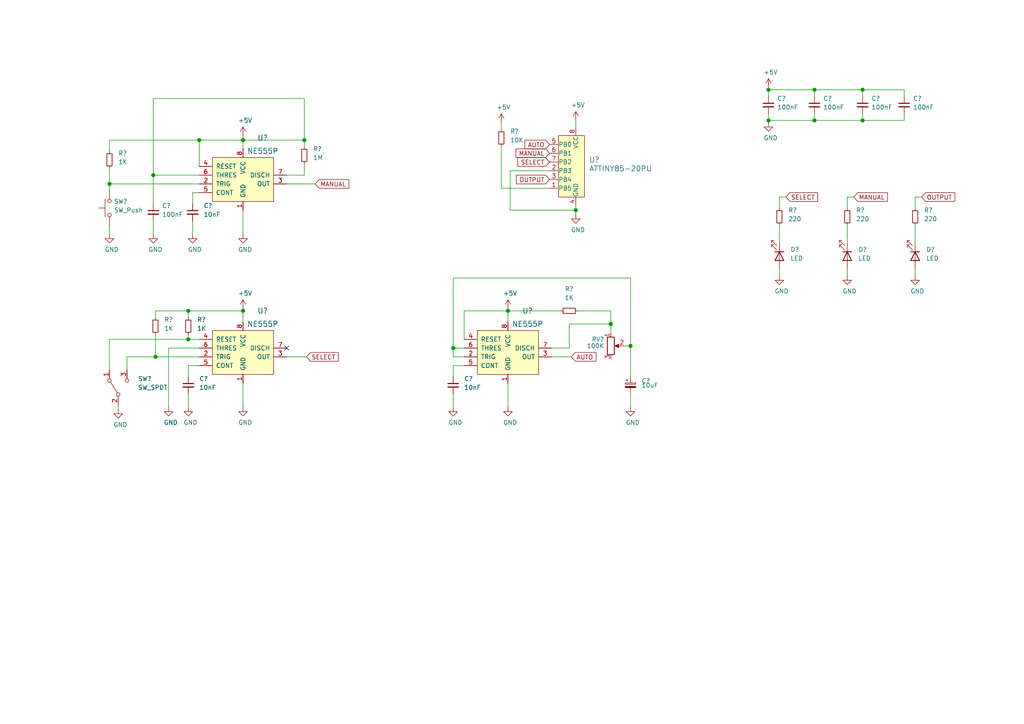
<source format=kicad_sch>
(kicad_sch (version 20201015) (generator eeschema)
  (paper "A4")
  (lib_symbols
    (symbol "Device:CP_Small" (pin_numbers hide) (pin_names (offset 0.254) hide)
      (property "Reference" "C" (at 0.254 1.778 0))
      (property "Value" "CP_Small" (at 0.254 -2.032 0))
      (symbol "CP_Small_0_1"
        (rectangle (start -1.524 -0.3048) (end 1.524 -0.6858) (fill (type outline)))
        (rectangle (start -1.524 0.6858) (end 1.524 0.3048))
        (polyline (pts (xy -1.27 1.524) (xy -0.762 1.524)))
        (polyline (pts (xy -1.016 1.27) (xy -1.016 1.778)))
      )
      (symbol "CP_Small_1_1"
        (pin passive line (at 0 2.54 270) (length 1.8542) (name "~") (number "1"))
        (pin passive line (at 0 -2.54 90) (length 1.8542) (name "~") (number "2"))
      )
    )
    (symbol "Device:C_Small" (pin_numbers hide) (pin_names (offset 0.254) hide)
      (property "Reference" "C" (at 0.254 1.778 0))
      (property "Value" "C_Small" (at 0.254 -2.032 0))
      (symbol "C_Small_0_1"
        (polyline (pts (xy -1.524 -0.508) (xy 1.524 -0.508)) (stroke (width 0.3302)))
        (polyline (pts (xy -1.524 0.508) (xy 1.524 0.508)) (stroke (width 0.3048)))
      )
      (symbol "C_Small_1_1"
        (pin passive line (at 0 2.54 270) (length 2.032) (name "~") (number "1"))
        (pin passive line (at 0 -2.54 90) (length 2.032) (name "~") (number "2"))
      )
    )
    (symbol "Device:LED" (pin_numbers hide) (pin_names (offset 1.016) hide)
      (property "Reference" "D" (at 0 2.54 0))
      (property "Value" "LED" (at 0 -2.54 0))
      (symbol "LED_0_1"
        (polyline (pts (xy -1.27 -1.27) (xy -1.27 1.27)) (stroke (width 0.254)))
        (polyline (pts (xy -1.27 0) (xy 1.27 0)))
        (polyline (pts (xy 1.27 -1.27) (xy 1.27 1.27) (xy -1.27 0) (xy 1.27 -1.27)) (stroke (width 0.254)))
        (polyline (pts (xy -3.048 -0.762) (xy -4.572 -2.286) (xy -3.81 -2.286) (xy -4.572 -2.286) (xy -4.572 -1.524)))
        (polyline (pts (xy -1.778 -0.762) (xy -3.302 -2.286) (xy -2.54 -2.286) (xy -3.302 -2.286) (xy -3.302 -1.524)))
      )
      (symbol "LED_1_1"
        (pin passive line (at -3.81 0 0) (length 2.54) (name "K") (number "1"))
        (pin passive line (at 3.81 0 180) (length 2.54) (name "A") (number "2"))
      )
    )
    (symbol "Device:R_POT" (pin_names (offset 1.016) hide)
      (property "Reference" "RV" (at -4.445 0 90))
      (property "Value" "R_POT" (at -2.54 0 90))
      (symbol "R_POT_0_1"
        (rectangle (start 1.016 2.54) (end -1.016 -2.54) (stroke (width 0.254)))
        (polyline (pts (xy 2.54 0) (xy 1.524 0)))
        (polyline (pts (xy 1.143 0) (xy 2.286 0.508) (xy 2.286 -0.508) (xy 1.143 0)) (fill (type outline)))
      )
      (symbol "R_POT_1_1"
        (pin passive line (at 0 3.81 270) (length 1.27) (name "1") (number "1"))
        (pin passive line (at 3.81 0 180) (length 1.27) (name "2") (number "2"))
        (pin passive line (at 0 -3.81 90) (length 1.27) (name "3") (number "3"))
      )
    )
    (symbol "Device:R_Small" (pin_numbers hide) (pin_names (offset 0.254) hide)
      (property "Reference" "R" (at 0.762 0.508 0))
      (property "Value" "R_Small" (at 0.762 -1.016 0))
      (symbol "R_Small_0_1"
        (rectangle (start -0.762 1.778) (end 0.762 -1.778) (stroke (width 0.2032)))
      )
      (symbol "R_Small_1_1"
        (pin passive line (at 0 2.54 270) (length 0.762) (name "~") (number "1"))
        (pin passive line (at 0 -2.54 90) (length 0.762) (name "~") (number "2"))
      )
    )
    (symbol "Switch:SW_Push" (pin_numbers hide) (pin_names (offset 1.016) hide)
      (property "Reference" "SW" (at 1.27 2.54 0))
      (property "Value" "SW_Push" (at 0 -1.524 0))
      (symbol "SW_Push_0_1"
        (circle (center -2.032 0) (radius 0.508))
        (circle (center 2.032 0) (radius 0.508))
        (polyline (pts (xy 0 1.27) (xy 0 3.048)))
        (polyline (pts (xy 2.54 1.27) (xy -2.54 1.27)))
        (pin passive line (at -5.08 0 0) (length 2.54) (name "1") (number "1"))
        (pin passive line (at 5.08 0 180) (length 2.54) (name "2") (number "2"))
      )
    )
    (symbol "Switch:SW_SPDT" (pin_names (offset 0) hide)
      (property "Reference" "SW" (at 0 4.318 0))
      (property "Value" "SW_SPDT" (at 0 -5.08 0))
      (symbol "SW_SPDT_0_0"
        (circle (center -2.032 0) (radius 0.508))
        (circle (center 2.032 -2.54) (radius 0.508))
      )
      (symbol "SW_SPDT_0_1"
        (circle (center 2.032 2.54) (radius 0.508))
        (polyline (pts (xy -1.524 0.254) (xy 1.651 2.286)))
      )
      (symbol "SW_SPDT_1_1"
        (pin passive line (at 5.08 2.54 180) (length 2.54) (name "A") (number "1"))
        (pin passive line (at -5.08 0 0) (length 2.54) (name "B") (number "2"))
        (pin passive line (at 5.08 -2.54 180) (length 2.54) (name "C") (number "3"))
      )
    )
    (symbol "dk_Clock-Timing-Programmable-Timers-and-Oscillators:NE555P" (pin_names (offset 1.016))
      (property "Reference" "U" (at -8.89 6.35 0))
      (property "Value" "NE555P" (at 1.27 -8.89 0))
      (symbol "NE555P_0_1"
        (rectangle (start -8.89 5.08) (end 8.89 -7.62) (fill (type background)))
      )
      (symbol "NE555P_1_1"
        (pin power_in line (at 0 -10.16 90) (length 2.54) (name "GND") (number "1"))
        (pin input line (at -12.7 -2.54 0) (length 3.81) (name "TRIG") (number "2"))
        (pin output line (at 12.7 -2.54 180) (length 3.81) (name "OUT") (number "3"))
        (pin input line (at -12.7 2.54 0) (length 3.81) (name "RESET") (number "4"))
        (pin bidirectional line (at -12.7 -5.08 0) (length 3.81) (name "CONT") (number "5"))
        (pin input line (at -12.7 0 0) (length 3.81) (name "THRES") (number "6"))
        (pin output line (at 12.7 0 180) (length 3.81) (name "DISCH") (number "7"))
        (pin power_in line (at 0 7.62 270) (length 2.54) (name "VCC") (number "8"))
      )
    )
    (symbol "dk_Embedded-Microcontrollers:ATTINY85-20PU" (pin_names (offset 0.0254))
      (property "Reference" "U" (at -2.8448 8.636 0))
      (property "Value" "ATTINY85-20PU" (at 3.048 -11.43 0))
      (symbol "ATTINY85-20PU_0_1"
        (rectangle (start -2.54 7.62) (end 5.08 -10.16) (fill (type background)))
      )
      (symbol "ATTINY85-20PU_1_1"
        (pin bidirectional line (at -5.08 -7.62 0) (length 2.54) (name "PB5") (number "1"))
        (pin bidirectional line (at -5.08 -2.54 0) (length 2.54) (name "PB3") (number "2"))
        (pin bidirectional line (at -5.08 -5.08 0) (length 2.54) (name "PB4") (number "3"))
        (pin power_in line (at 2.54 -12.7 90) (length 2.54) (name "GND") (number "4"))
        (pin bidirectional line (at -5.08 5.08 0) (length 2.54) (name "PB0") (number "5"))
        (pin bidirectional line (at -5.08 2.54 0) (length 2.54) (name "PB1") (number "6"))
        (pin bidirectional line (at -5.08 0 0) (length 2.54) (name "PB2") (number "7"))
        (pin power_in line (at 2.54 10.16 270) (length 2.54) (name "VCC") (number "8"))
      )
    )
    (symbol "power:+5V" (power) (pin_names (offset 0))
      (property "Value" "+5V" (at 0 3.556 0))
      (symbol "+5V_0_1"
        (polyline (pts (xy -0.762 1.27) (xy 0 2.54)))
        (polyline (pts (xy 0 0) (xy 0 2.54)))
        (polyline (pts (xy 0 2.54) (xy 0.762 1.27)))
      )
      (symbol "+5V_1_1"
        (pin power_in line (at 0 0 90) (length 0) hide (name "+5V") (number "1"))
      )
    )
    (symbol "power:GND" (power) (pin_names (offset 0))
      (property "Value" "GND" (at 0 -3.81 0))
      (symbol "GND_0_1"
        (polyline (pts (xy 0 0) (xy 0 -1.27) (xy 1.27 -1.27) (xy 0 -2.54) (xy -1.27 -1.27) (xy 0 -1.27)))
      )
      (symbol "GND_1_1"
        (pin power_in line (at 0 0 270) (length 0) hide (name "GND") (number "1"))
      )
    )
  )
  (junction (at 31.75 53.34) (diameter 1.016))
  (junction (at 44.45 50.8) (diameter 1.016))
  (junction (at 45.085 103.505) (diameter 1.016))
  (junction (at 54.61 90.17) (diameter 1.016))
  (junction (at 54.61 98.425) (diameter 1.016))
  (junction (at 57.785 40.64) (diameter 1.016))
  (junction (at 70.485 40.64) (diameter 1.016))
  (junction (at 70.485 90.17) (diameter 1.016))
  (junction (at 88.265 40.64) (diameter 1.016))
  (junction (at 131.445 100.965) (diameter 1.016))
  (junction (at 147.32 90.17) (diameter 1.016))
  (junction (at 167.005 60.96) (diameter 1.016))
  (junction (at 177.165 93.98) (diameter 1.016))
  (junction (at 182.88 100.33) (diameter 1.016))
  (junction (at 222.885 26.035) (diameter 1.016))
  (junction (at 222.885 34.925) (diameter 1.016))
  (junction (at 236.22 26.035) (diameter 1.016))
  (junction (at 236.22 34.925) (diameter 1.016))
  (junction (at 250.19 26.035) (diameter 1.016))
  (junction (at 250.19 34.925) (diameter 1.016))
  (no_connect (at 83.185 100.965))
  (wire (pts (xy 31.75 40.64) (xy 31.75 43.815)))
  (wire (pts (xy 31.75 40.64) (xy 57.785 40.64)))
  (wire (pts (xy 31.75 48.895) (xy 31.75 53.34)))
  (wire (pts (xy 31.75 53.34) (xy 31.75 55.245)))
  (wire (pts (xy 31.75 53.34) (xy 57.785 53.34)))
  (wire (pts (xy 31.75 65.405) (xy 31.75 67.945)))
  (wire (pts (xy 31.75 98.425) (xy 31.75 107.315)))
  (wire (pts (xy 34.29 117.475) (xy 34.29 118.745)))
  (wire (pts (xy 36.83 103.505) (xy 45.085 103.505)))
  (wire (pts (xy 36.83 107.315) (xy 36.83 103.505)))
  (wire (pts (xy 44.45 28.575) (xy 44.45 50.8)))
  (wire (pts (xy 44.45 50.8) (xy 44.45 59.055)))
  (wire (pts (xy 44.45 64.135) (xy 44.45 67.945)))
  (wire (pts (xy 45.085 90.17) (xy 45.085 92.075)))
  (wire (pts (xy 45.085 103.505) (xy 45.085 97.155)))
  (wire (pts (xy 48.895 100.965) (xy 48.895 118.11)))
  (wire (pts (xy 54.61 90.17) (xy 45.085 90.17)))
  (wire (pts (xy 54.61 90.17) (xy 70.485 90.17)))
  (wire (pts (xy 54.61 92.075) (xy 54.61 90.17)))
  (wire (pts (xy 54.61 98.425) (xy 31.75 98.425)))
  (wire (pts (xy 54.61 98.425) (xy 54.61 97.155)))
  (wire (pts (xy 54.61 106.045) (xy 54.61 109.22)))
  (wire (pts (xy 54.61 114.3) (xy 54.61 118.11)))
  (wire (pts (xy 55.88 55.88) (xy 55.88 59.055)))
  (wire (pts (xy 55.88 64.135) (xy 55.88 67.945)))
  (wire (pts (xy 57.785 40.64) (xy 57.785 48.26)))
  (wire (pts (xy 57.785 40.64) (xy 70.485 40.64)))
  (wire (pts (xy 57.785 50.8) (xy 44.45 50.8)))
  (wire (pts (xy 57.785 55.88) (xy 55.88 55.88)))
  (wire (pts (xy 57.785 98.425) (xy 54.61 98.425)))
  (wire (pts (xy 57.785 100.965) (xy 48.895 100.965)))
  (wire (pts (xy 57.785 103.505) (xy 45.085 103.505)))
  (wire (pts (xy 57.785 106.045) (xy 54.61 106.045)))
  (wire (pts (xy 70.485 39.37) (xy 70.485 40.64)))
  (wire (pts (xy 70.485 40.64) (xy 70.485 43.18)))
  (wire (pts (xy 70.485 60.96) (xy 70.485 67.945)))
  (wire (pts (xy 70.485 89.535) (xy 70.485 90.17)))
  (wire (pts (xy 70.485 90.17) (xy 70.485 93.345)))
  (wire (pts (xy 70.485 111.125) (xy 70.485 118.11)))
  (wire (pts (xy 83.185 50.8) (xy 88.265 50.8)))
  (wire (pts (xy 83.185 53.34) (xy 91.44 53.34)))
  (wire (pts (xy 83.185 103.505) (xy 88.9 103.505)))
  (wire (pts (xy 88.265 28.575) (xy 44.45 28.575)))
  (wire (pts (xy 88.265 40.64) (xy 70.485 40.64)))
  (wire (pts (xy 88.265 40.64) (xy 88.265 28.575)))
  (wire (pts (xy 88.265 42.545) (xy 88.265 40.64)))
  (wire (pts (xy 88.265 50.8) (xy 88.265 47.625)))
  (wire (pts (xy 131.445 80.645) (xy 131.445 100.965)))
  (wire (pts (xy 131.445 80.645) (xy 182.88 80.645)))
  (wire (pts (xy 131.445 100.965) (xy 131.445 103.505)))
  (wire (pts (xy 131.445 103.505) (xy 134.62 103.505)))
  (wire (pts (xy 131.445 106.045) (xy 131.445 109.22)))
  (wire (pts (xy 131.445 114.3) (xy 131.445 118.11)))
  (wire (pts (xy 134.62 90.17) (xy 147.32 90.17)))
  (wire (pts (xy 134.62 98.425) (xy 134.62 90.17)))
  (wire (pts (xy 134.62 100.965) (xy 131.445 100.965)))
  (wire (pts (xy 134.62 106.045) (xy 131.445 106.045)))
  (wire (pts (xy 145.415 35.56) (xy 145.415 37.465)))
  (wire (pts (xy 145.415 42.545) (xy 145.415 54.61)))
  (wire (pts (xy 147.32 89.535) (xy 147.32 90.17)))
  (wire (pts (xy 147.32 90.17) (xy 147.32 93.345)))
  (wire (pts (xy 147.32 111.125) (xy 147.32 118.11)))
  (wire (pts (xy 147.955 49.53) (xy 147.955 60.96)))
  (wire (pts (xy 147.955 60.96) (xy 167.005 60.96)))
  (wire (pts (xy 159.385 49.53) (xy 147.955 49.53)))
  (wire (pts (xy 159.385 54.61) (xy 145.415 54.61)))
  (wire (pts (xy 160.02 100.965) (xy 165.1 100.965)))
  (wire (pts (xy 160.02 103.505) (xy 165.735 103.505)))
  (wire (pts (xy 162.56 90.17) (xy 147.32 90.17)))
  (wire (pts (xy 165.1 93.98) (xy 177.165 93.98)))
  (wire (pts (xy 165.1 100.965) (xy 165.1 93.98)))
  (wire (pts (xy 167.005 34.925) (xy 167.005 36.83)))
  (wire (pts (xy 167.005 59.69) (xy 167.005 60.96)))
  (wire (pts (xy 167.005 60.96) (xy 167.005 62.23)))
  (wire (pts (xy 167.64 90.17) (xy 177.165 90.17)))
  (wire (pts (xy 177.165 90.17) (xy 177.165 93.98)))
  (wire (pts (xy 177.165 93.98) (xy 177.165 96.52)))
  (wire (pts (xy 180.975 100.33) (xy 182.88 100.33)))
  (wire (pts (xy 182.88 100.33) (xy 182.88 80.645)))
  (wire (pts (xy 182.88 100.33) (xy 182.88 109.22)))
  (wire (pts (xy 182.88 114.3) (xy 182.88 118.11)))
  (wire (pts (xy 222.885 25.4) (xy 222.885 26.035)))
  (wire (pts (xy 222.885 26.035) (xy 222.885 27.94)))
  (wire (pts (xy 222.885 33.02) (xy 222.885 34.925)))
  (wire (pts (xy 222.885 34.925) (xy 222.885 35.56)))
  (wire (pts (xy 222.885 34.925) (xy 236.22 34.925)))
  (wire (pts (xy 226.06 57.15) (xy 226.06 60.325)))
  (wire (pts (xy 226.06 65.405) (xy 226.06 70.485)))
  (wire (pts (xy 226.06 78.105) (xy 226.06 80.01)))
  (wire (pts (xy 227.965 57.15) (xy 226.06 57.15)))
  (wire (pts (xy 236.22 26.035) (xy 222.885 26.035)))
  (wire (pts (xy 236.22 27.94) (xy 236.22 26.035)))
  (wire (pts (xy 236.22 34.925) (xy 236.22 33.02)))
  (wire (pts (xy 236.22 34.925) (xy 250.19 34.925)))
  (wire (pts (xy 245.745 57.15) (xy 245.745 60.325)))
  (wire (pts (xy 245.745 65.405) (xy 245.745 70.485)))
  (wire (pts (xy 245.745 78.105) (xy 245.745 80.01)))
  (wire (pts (xy 247.65 57.15) (xy 245.745 57.15)))
  (wire (pts (xy 250.19 26.035) (xy 236.22 26.035)))
  (wire (pts (xy 250.19 26.035) (xy 262.255 26.035)))
  (wire (pts (xy 250.19 27.94) (xy 250.19 26.035)))
  (wire (pts (xy 250.19 34.925) (xy 250.19 33.02)))
  (wire (pts (xy 262.255 27.94) (xy 262.255 26.035)))
  (wire (pts (xy 262.255 33.02) (xy 262.255 34.925)))
  (wire (pts (xy 262.255 34.925) (xy 250.19 34.925)))
  (wire (pts (xy 265.43 57.15) (xy 265.43 60.325)))
  (wire (pts (xy 265.43 65.405) (xy 265.43 70.485)))
  (wire (pts (xy 265.43 78.105) (xy 265.43 80.01)))
  (wire (pts (xy 267.335 57.15) (xy 265.43 57.15)))
  (global_label "SELECT" (shape input) (at 88.9 103.505 0) (property "Intersheet References" "${INTERSHEET_REFS}" (effects hide)))
  (global_label "MANUAL" (shape input) (at 91.44 53.34 0) (property "Intersheet References" "${INTERSHEET_REFS}" (effects hide)))
  (global_label "AUTO" (shape input) (at 159.385 41.91 180) (property "Intersheet References" "${INTERSHEET_REFS}" (effects hide)))
  (global_label "MANUAL" (shape input) (at 159.385 44.45 180) (property "Intersheet References" "${INTERSHEET_REFS}" (effects hide)))
  (global_label "SELECT" (shape input) (at 159.385 46.99 180) (property "Intersheet References" "${INTERSHEET_REFS}" (effects hide)))
  (global_label "OUTPUT" (shape input) (at 159.385 52.07 180) (property "Intersheet References" "${INTERSHEET_REFS}" (effects hide)))
  (global_label "AUTO" (shape input) (at 165.735 103.505 0) (property "Intersheet References" "${INTERSHEET_REFS}" (effects hide)))
  (global_label "SELECT" (shape input) (at 227.965 57.15 0) (property "Intersheet References" "${INTERSHEET_REFS}" (effects hide)))
  (global_label "MANUAL" (shape input) (at 247.65 57.15 0) (property "Intersheet References" "${INTERSHEET_REFS}" (effects hide)))
  (global_label "OUTPUT" (shape input) (at 267.335 57.15 0) (property "Intersheet References" "${INTERSHEET_REFS}" (effects hide)))
  (symbol (lib_id "power:+5V") (at 70.485 39.37 0) (unit 1)
    (property "Reference" "#PWR?" (effects hide))
    (property "Value" "+5V" (at 71.12 34.925 0))
  )
  (symbol (lib_id "power:+5V") (at 70.485 89.535 0) (unit 1)
    (property "Reference" "#PWR?" (effects hide))
    (property "Value" "+5V" (at 71.12 85.09 0))
  )
  (symbol (lib_id "power:+5V") (at 145.415 35.56 0) (unit 1)
    (property "Reference" "#PWR?" (effects hide))
    (property "Value" "+5V" (at 146.05 31.115 0))
  )
  (symbol (lib_id "power:+5V") (at 147.32 89.535 0) (unit 1)
    (property "Reference" "#PWR?" (effects hide))
    (property "Value" "+5V" (at 147.955 85.09 0))
  )
  (symbol (lib_id "power:+5V") (at 167.005 34.925 0) (unit 1)
    (property "Reference" "#PWR?" (effects hide))
    (property "Value" "+5V" (at 167.64 30.48 0))
  )
  (symbol (lib_id "power:+5V") (at 222.885 25.4 0) (unit 1)
    (property "Reference" "#PWR?" (effects hide))
    (property "Value" "+5V" (at 223.52 20.955 0))
  )
  (symbol (lib_id "power:GND") (at 31.75 67.945 0) (unit 1)
    (property "Reference" "#PWR?" (effects hide))
    (property "Value" "GND" (at 32.385 72.39 0))
  )
  (symbol (lib_id "power:GND") (at 34.29 118.745 0) (unit 1)
    (property "Reference" "#PWR?" (effects hide))
    (property "Value" "GND" (at 34.925 123.19 0))
  )
  (symbol (lib_id "power:GND") (at 44.45 67.945 0) (unit 1)
    (property "Reference" "#PWR?" (effects hide))
    (property "Value" "GND" (at 45.085 72.39 0))
  )
  (symbol (lib_id "power:GND") (at 48.895 118.11 0) (unit 1)
    (property "Reference" "#PWR?" (effects hide))
    (property "Value" "GND" (at 49.53 122.555 0))
  )
  (symbol (lib_id "power:GND") (at 54.61 118.11 0) (unit 1)
    (property "Reference" "#PWR?" (effects hide))
    (property "Value" "GND" (at 55.245 122.555 0))
  )
  (symbol (lib_id "power:GND") (at 55.88 67.945 0) (unit 1)
    (property "Reference" "#PWR?" (effects hide))
    (property "Value" "GND" (at 56.515 72.39 0))
  )
  (symbol (lib_id "power:GND") (at 70.485 67.945 0) (unit 1)
    (property "Reference" "#PWR?" (effects hide))
    (property "Value" "GND" (at 71.12 72.39 0))
  )
  (symbol (lib_id "power:GND") (at 70.485 118.11 0) (unit 1)
    (property "Reference" "#PWR?" (effects hide))
    (property "Value" "GND" (at 71.12 122.555 0))
  )
  (symbol (lib_id "power:GND") (at 131.445 118.11 0) (unit 1)
    (property "Reference" "#PWR?" (effects hide))
    (property "Value" "GND" (at 132.08 122.555 0))
  )
  (symbol (lib_id "power:GND") (at 147.32 118.11 0) (unit 1)
    (property "Reference" "#PWR?" (effects hide))
    (property "Value" "GND" (at 147.955 122.555 0))
  )
  (symbol (lib_id "power:GND") (at 167.005 62.23 0) (unit 1)
    (property "Reference" "#PWR?" (effects hide))
    (property "Value" "GND" (at 167.64 66.675 0))
  )
  (symbol (lib_id "power:GND") (at 182.88 118.11 0) (unit 1)
    (property "Reference" "#PWR?" (effects hide))
    (property "Value" "GND" (at 183.515 122.555 0))
  )
  (symbol (lib_id "power:GND") (at 222.885 35.56 0) (unit 1)
    (property "Reference" "#PWR?" (effects hide))
    (property "Value" "GND" (at 223.52 40.005 0))
  )
  (symbol (lib_id "power:GND") (at 226.06 80.01 0) (unit 1)
    (property "Reference" "#PWR?" (effects hide))
    (property "Value" "GND" (at 226.695 84.455 0))
  )
  (symbol (lib_id "power:GND") (at 245.745 80.01 0) (unit 1)
    (property "Reference" "#PWR?" (effects hide))
    (property "Value" "GND" (at 246.38 84.455 0))
  )
  (symbol (lib_id "power:GND") (at 265.43 80.01 0) (unit 1)
    (property "Reference" "#PWR?" (effects hide))
    (property "Value" "GND" (at 266.065 84.455 0))
  )
  (symbol (lib_id "Device:R_Small") (at 31.75 46.355 0) (unit 1)
    (property "Reference" "R?" (at 34.29 44.45 0) (effects (justify left)))
    (property "Value" "1K" (at 34.29 46.99 0) (effects (justify left)))
  )
  (symbol (lib_id "Device:R_Small") (at 45.085 94.615 0) (unit 1)
    (property "Reference" "R?" (at 47.625 92.71 0) (effects (justify left)))
    (property "Value" "1K" (at 47.625 95.25 0) (effects (justify left)))
  )
  (symbol (lib_id "Device:R_Small") (at 54.61 94.615 0) (unit 1)
    (property "Reference" "R?" (at 57.15 92.71 0) (effects (justify left)))
    (property "Value" "1K" (at 57.15 95.25 0) (effects (justify left)))
  )
  (symbol (lib_id "Device:R_Small") (at 88.265 45.085 0) (unit 1)
    (property "Reference" "R?" (at 90.805 43.18 0) (effects (justify left)))
    (property "Value" "1M" (at 90.805 45.72 0) (effects (justify left)))
  )
  (symbol (lib_id "Device:R_Small") (at 145.415 40.005 0) (unit 1)
    (property "Reference" "R?" (at 147.955 38.1 0) (effects (justify left)))
    (property "Value" "10K" (at 147.955 40.64 0) (effects (justify left)))
  )
  (symbol (lib_id "Device:R_Small") (at 165.1 90.17 90) (unit 1)
    (property "Reference" "R?" (at 165.1 83.82 90))
    (property "Value" "1K" (at 165.1 86.36 90))
  )
  (symbol (lib_id "Device:R_Small") (at 226.06 62.865 0) (unit 1)
    (property "Reference" "R?" (at 228.6 60.96 0) (effects (justify left)))
    (property "Value" "220" (at 228.6 63.5 0) (effects (justify left)))
  )
  (symbol (lib_id "Device:R_Small") (at 245.745 62.865 0) (unit 1)
    (property "Reference" "R?" (at 248.285 60.96 0) (effects (justify left)))
    (property "Value" "220" (at 248.285 63.5 0) (effects (justify left)))
  )
  (symbol (lib_id "Device:R_Small") (at 265.43 62.865 0) (unit 1)
    (property "Reference" "R?" (at 267.97 60.96 0) (effects (justify left)))
    (property "Value" "220" (at 267.97 63.5 0) (effects (justify left)))
  )
  (symbol (lib_id "Device:CP_Small") (at 182.88 111.76 0) (unit 1)
    (property "Reference" "C?" (at 186.055 110.49 0) (effects (justify left)))
    (property "Value" "10uF" (at 186.055 111.76 0) (effects (justify left)))
  )
  (symbol (lib_id "Device:C_Small") (at 44.45 61.595 0) (unit 1)
    (property "Reference" "C?" (at 46.99 59.69 0) (effects (justify left)))
    (property "Value" "100nF" (at 46.99 62.23 0) (effects (justify left)))
  )
  (symbol (lib_id "Device:C_Small") (at 54.61 111.76 0) (unit 1)
    (property "Reference" "C?" (at 57.785 109.855 0) (effects (justify left)))
    (property "Value" "10nF" (at 57.785 112.395 0) (effects (justify left)))
  )
  (symbol (lib_id "Device:C_Small") (at 55.88 61.595 0) (unit 1)
    (property "Reference" "C?" (at 59.055 59.69 0) (effects (justify left)))
    (property "Value" "10nF" (at 59.055 62.23 0) (effects (justify left)))
  )
  (symbol (lib_id "Device:C_Small") (at 131.445 111.76 0) (unit 1)
    (property "Reference" "C?" (at 134.62 109.855 0) (effects (justify left)))
    (property "Value" "10nF" (at 134.62 112.395 0) (effects (justify left)))
  )
  (symbol (lib_id "Device:C_Small") (at 222.885 30.48 0) (unit 1)
    (property "Reference" "C?" (at 225.425 28.575 0) (effects (justify left)))
    (property "Value" "100nF" (at 225.425 31.115 0) (effects (justify left)))
  )
  (symbol (lib_id "Device:C_Small") (at 236.22 30.48 0) (unit 1)
    (property "Reference" "C?" (at 238.76 28.575 0) (effects (justify left)))
    (property "Value" "100nF" (at 238.76 31.115 0) (effects (justify left)))
  )
  (symbol (lib_id "Device:C_Small") (at 250.19 30.48 0) (unit 1)
    (property "Reference" "C?" (at 252.73 28.575 0) (effects (justify left)))
    (property "Value" "100nF" (at 252.73 31.115 0) (effects (justify left)))
  )
  (symbol (lib_id "Device:C_Small") (at 262.255 30.48 0) (unit 1)
    (property "Reference" "C?" (at 264.795 28.575 0) (effects (justify left)))
    (property "Value" "100nF" (at 264.795 31.115 0) (effects (justify left)))
  )
  (symbol (lib_id "Device:LED") (at 226.06 74.295 270) (unit 1)
    (property "Reference" "D?" (at 229.235 72.39 90) (effects (justify left)))
    (property "Value" "LED" (at 229.235 74.93 90) (effects (justify left)))
  )
  (symbol (lib_id "Device:LED") (at 245.745 74.295 270) (unit 1)
    (property "Reference" "D?" (at 248.92 72.39 90) (effects (justify left)))
    (property "Value" "LED" (at 248.92 74.93 90) (effects (justify left)))
  )
  (symbol (lib_id "Device:LED") (at 265.43 74.295 270) (unit 1)
    (property "Reference" "D?" (at 268.605 72.39 90) (effects (justify left)))
    (property "Value" "LED" (at 268.605 74.93 90) (effects (justify left)))
  )
  (symbol (lib_id "Switch:SW_Push") (at 31.75 60.325 90) (unit 1)
    (property "Reference" "SW?" (at 33.02 58.42 90) (effects (justify right)))
    (property "Value" "SW_Push" (at 33.02 60.96 90) (effects (justify right)))
  )
  (symbol (lib_id "Device:R_POT") (at 177.165 100.33 0) (unit 1)
    (property "Reference" "RV?" (at 175.26 98.425 0) (effects (justify right)))
    (property "Value" "100K" (at 175.26 100.33 0) (effects (justify right)))
  )
  (symbol (lib_id "Switch:SW_SPDT") (at 34.29 112.395 90) (unit 1)
    (property "Reference" "SW?" (at 40.005 109.855 90) (effects (justify right)))
    (property "Value" "SW_SPDT" (at 40.005 112.395 90) (effects (justify right)))
  )
  (symbol (lib_id "dk_Embedded-Microcontrollers:ATTINY85-20PU") (at 164.465 46.99 0) (unit 1)
    (property "Reference" "U?" (at 170.815 46.355 0) (effects (font (size 1.524 1.524)) (justify left)))
    (property "Value" "ATTINY85-20PU" (at 170.815 48.895 0) (effects (font (size 1.524 1.524)) (justify left)))
    (property "Footprint" "digikey-footprints:DIP-8_W7.62mm" (effects hide))
    (property "Datasheet" "http://www.microchip.com/mymicrochip/filehandler.aspx?ddocname=en589894" (effects hide))
    (property "Digi-Key_PN" "ATTINY85-20PU-ND" (effects hide))
    (property "MPN" "ATTINY85-20PU" (effects hide))
    (property "Category" "Integrated Circuits (ICs)" (effects hide))
    (property "Family" "Embedded - Microcontrollers" (effects hide))
    (property "DK_Datasheet_Link" "http://www.microchip.com/mymicrochip/filehandler.aspx?ddocname=en589894" (effects hide))
    (property "DK_Detail_Page" "/product-detail/en/microchip-technology/ATTINY85-20PU/ATTINY85-20PU-ND/735469" (effects hide))
    (property "Description" "IC MCU 8BIT 8KB FLASH 8DIP" (effects hide))
    (property "Manufacturer" "Microchip Technology" (effects hide))
    (property "Status" "Active" (effects hide))
  )
  (symbol (lib_id "dk_Clock-Timing-Programmable-Timers-and-Oscillators:NE555P") (at 70.485 50.8 0) (unit 1)
    (property "Reference" "U?" (at 76.2 40.005 0) (effects (font (size 1.524 1.524))))
    (property "Value" "NE555P" (at 76.2 43.815 0) (effects (font (size 1.524 1.524))))
    (property "Footprint" "digikey-footprints:DIP-8_W7.62mm" (effects hide))
    (property "Datasheet" "http://www.ti.com/general/docs/suppproductinfo.tsp?distId=10&gotoUrl=http%3A%2F%2Fwww.ti.com%2Flit%2Fgpn%2Fne555" (effects hide))
    (property "Digi-Key_PN" "296-1411-5-ND" (effects hide))
    (property "MPN" "NE555P" (effects hide))
    (property "Category" "Integrated Circuits (ICs)" (effects hide))
    (property "Family" "Clock/Timing - Programmable Timers and Oscillators" (effects hide))
    (property "DK_Datasheet_Link" "http://www.ti.com/general/docs/suppproductinfo.tsp?distId=10&gotoUrl=http%3A%2F%2Fwww.ti.com%2Flit%2Fgpn%2Fne555" (effects hide))
    (property "DK_Detail_Page" "/product-detail/en/texas-instruments/NE555P/296-1411-5-ND/277057" (effects hide))
    (property "Description" "IC OSC SINGLE TIMER 100KHZ 8-DIP" (effects hide))
    (property "Manufacturer" "Texas Instruments" (effects hide))
    (property "Status" "Active" (effects hide))
  )
  (symbol (lib_id "dk_Clock-Timing-Programmable-Timers-and-Oscillators:NE555P") (at 70.485 100.965 0) (unit 1)
    (property "Reference" "U?" (at 76.2 90.17 0) (effects (font (size 1.524 1.524))))
    (property "Value" "NE555P" (at 76.2 93.98 0) (effects (font (size 1.524 1.524))))
    (property "Footprint" "digikey-footprints:DIP-8_W7.62mm" (effects hide))
    (property "Datasheet" "http://www.ti.com/general/docs/suppproductinfo.tsp?distId=10&gotoUrl=http%3A%2F%2Fwww.ti.com%2Flit%2Fgpn%2Fne555" (effects hide))
    (property "Digi-Key_PN" "296-1411-5-ND" (effects hide))
    (property "MPN" "NE555P" (effects hide))
    (property "Category" "Integrated Circuits (ICs)" (effects hide))
    (property "Family" "Clock/Timing - Programmable Timers and Oscillators" (effects hide))
    (property "DK_Datasheet_Link" "http://www.ti.com/general/docs/suppproductinfo.tsp?distId=10&gotoUrl=http%3A%2F%2Fwww.ti.com%2Flit%2Fgpn%2Fne555" (effects hide))
    (property "DK_Detail_Page" "/product-detail/en/texas-instruments/NE555P/296-1411-5-ND/277057" (effects hide))
    (property "Description" "IC OSC SINGLE TIMER 100KHZ 8-DIP" (effects hide))
    (property "Manufacturer" "Texas Instruments" (effects hide))
    (property "Status" "Active" (effects hide))
  )
  (symbol (lib_id "dk_Clock-Timing-Programmable-Timers-and-Oscillators:NE555P") (at 147.32 100.965 0) (unit 1)
    (property "Reference" "U?" (at 153.035 90.17 0) (effects (font (size 1.524 1.524))))
    (property "Value" "NE555P" (at 153.035 93.98 0) (effects (font (size 1.524 1.524))))
    (property "Footprint" "digikey-footprints:DIP-8_W7.62mm" (effects hide))
    (property "Datasheet" "http://www.ti.com/general/docs/suppproductinfo.tsp?distId=10&gotoUrl=http%3A%2F%2Fwww.ti.com%2Flit%2Fgpn%2Fne555" (effects hide))
    (property "Digi-Key_PN" "296-1411-5-ND" (effects hide))
    (property "MPN" "NE555P" (effects hide))
    (property "Category" "Integrated Circuits (ICs)" (effects hide))
    (property "Family" "Clock/Timing - Programmable Timers and Oscillators" (effects hide))
    (property "DK_Datasheet_Link" "http://www.ti.com/general/docs/suppproductinfo.tsp?distId=10&gotoUrl=http%3A%2F%2Fwww.ti.com%2Flit%2Fgpn%2Fne555" (effects hide))
    (property "DK_Detail_Page" "/product-detail/en/texas-instruments/NE555P/296-1411-5-ND/277057" (effects hide))
    (property "Description" "IC OSC SINGLE TIMER 100KHZ 8-DIP" (effects hide))
    (property "Manufacturer" "Texas Instruments" (effects hide))
    (property "Status" "Active" (effects hide))
  )
)
</source>
